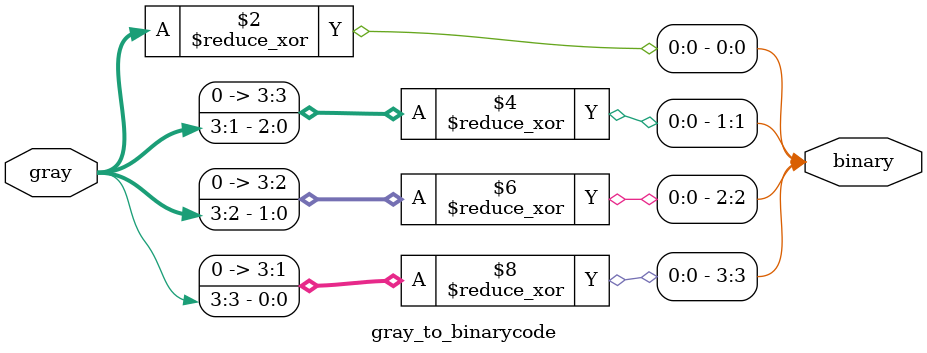
<source format=v>
module gray_to_binarycode #(parameter width=4) (input [width-1:0] gray,
                                                output [width-1:0] binary);
    genvar i;
    generate 
        for(i=0;i<width;i=i+1) begin
            assign binary[i] = ^(gray>>i);
        end
    endgenerate
endmodule

</source>
